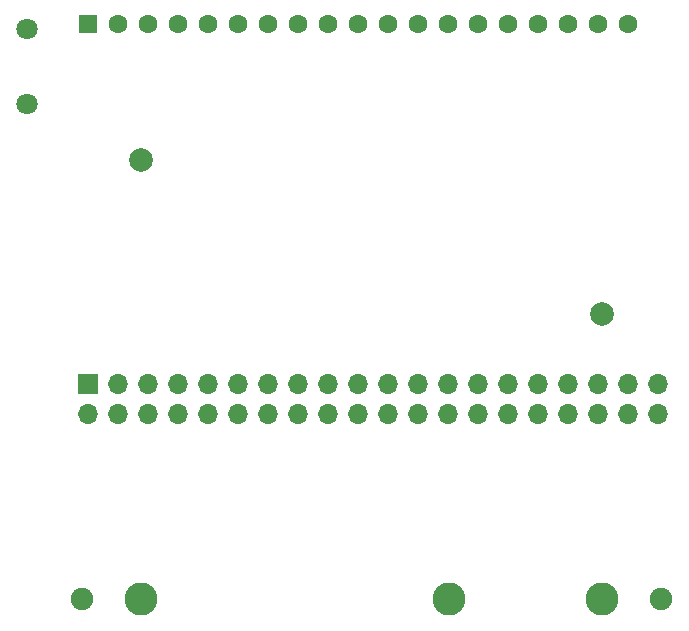
<source format=gts>
%TF.GenerationSoftware,KiCad,Pcbnew,6.0.2+dfsg-1*%
%TF.CreationDate,2023-01-12T07:59:44+09:00*%
%TF.ProjectId,Akashi-10,416b6173-6869-42d3-9130-2e6b69636164,rev?*%
%TF.SameCoordinates,Original*%
%TF.FileFunction,Soldermask,Top*%
%TF.FilePolarity,Negative*%
%FSLAX46Y46*%
G04 Gerber Fmt 4.6, Leading zero omitted, Abs format (unit mm)*
G04 Created by KiCad (PCBNEW 6.0.2+dfsg-1) date 2023-01-12 07:59:44*
%MOMM*%
%LPD*%
G01*
G04 APERTURE LIST*
%ADD10C,1.800000*%
%ADD11R,1.600000X1.600000*%
%ADD12C,1.600000*%
%ADD13C,2.800000*%
%ADD14C,2.000000*%
%ADD15C,1.900000*%
%ADD16R,1.700000X1.700000*%
%ADD17O,1.700000X1.700000*%
G04 APERTURE END LIST*
D10*
%TO.C,TP1*%
X122810000Y-92280000D03*
%TD*%
%TO.C,TP2*%
X122810000Y-85930000D03*
%TD*%
D11*
%TO.C,U1*%
X128000000Y-85500000D03*
D12*
X130540000Y-85500000D03*
X133080000Y-85500000D03*
X135620000Y-85500000D03*
X138160000Y-85500000D03*
X140700000Y-85500000D03*
X143240000Y-85500000D03*
X145780000Y-85500000D03*
X148320000Y-85500000D03*
X150860000Y-85500000D03*
X153400000Y-85500000D03*
X155940000Y-85500000D03*
X158480000Y-85500000D03*
X161020000Y-85500000D03*
X163560000Y-85500000D03*
X166100000Y-85500000D03*
X168640000Y-85500000D03*
X171180000Y-85500000D03*
X173720000Y-85500000D03*
%TD*%
D13*
%TO.C,REF\u002A\u002A*%
X171500000Y-134200000D03*
%TD*%
%TO.C,REF\u002A\u002A*%
X158500000Y-134200000D03*
%TD*%
D14*
%TO.C,REF\u002A\u002A*%
X171500000Y-110000000D03*
%TD*%
%TO.C,REF\u002A\u002A*%
X132500000Y-97000000D03*
%TD*%
D15*
%TO.C,REF\u002A\u002A*%
X127500000Y-134200000D03*
%TD*%
%TO.C,REF\u002A\u002A*%
X176500000Y-134200000D03*
%TD*%
D13*
%TO.C,REF\u002A\u002A*%
X132500000Y-134200000D03*
%TD*%
D16*
%TO.C,J1*%
X128000000Y-116000000D03*
D17*
X128000000Y-118540000D03*
X130540000Y-116000000D03*
X130540000Y-118540000D03*
X133080000Y-116000000D03*
X133080000Y-118540000D03*
X135620000Y-116000000D03*
X135620000Y-118540000D03*
X138160000Y-116000000D03*
X138160000Y-118540000D03*
X140700000Y-116000000D03*
X140700000Y-118540000D03*
X143240000Y-116000000D03*
X143240000Y-118540000D03*
X145780000Y-116000000D03*
X145780000Y-118540000D03*
X148320000Y-116000000D03*
X148320000Y-118540000D03*
X150860000Y-116000000D03*
X150860000Y-118540000D03*
X153400000Y-116000000D03*
X153400000Y-118540000D03*
X155940000Y-116000000D03*
X155940000Y-118540000D03*
X158480000Y-116000000D03*
X158480000Y-118540000D03*
X161020000Y-116000000D03*
X161020000Y-118540000D03*
X163560000Y-116000000D03*
X163560000Y-118540000D03*
X166100000Y-116000000D03*
X166100000Y-118540000D03*
X168640000Y-116000000D03*
X168640000Y-118540000D03*
X171180000Y-116000000D03*
X171180000Y-118540000D03*
X173720000Y-116000000D03*
X173720000Y-118540000D03*
X176260000Y-116000000D03*
X176260000Y-118540000D03*
%TD*%
M02*

</source>
